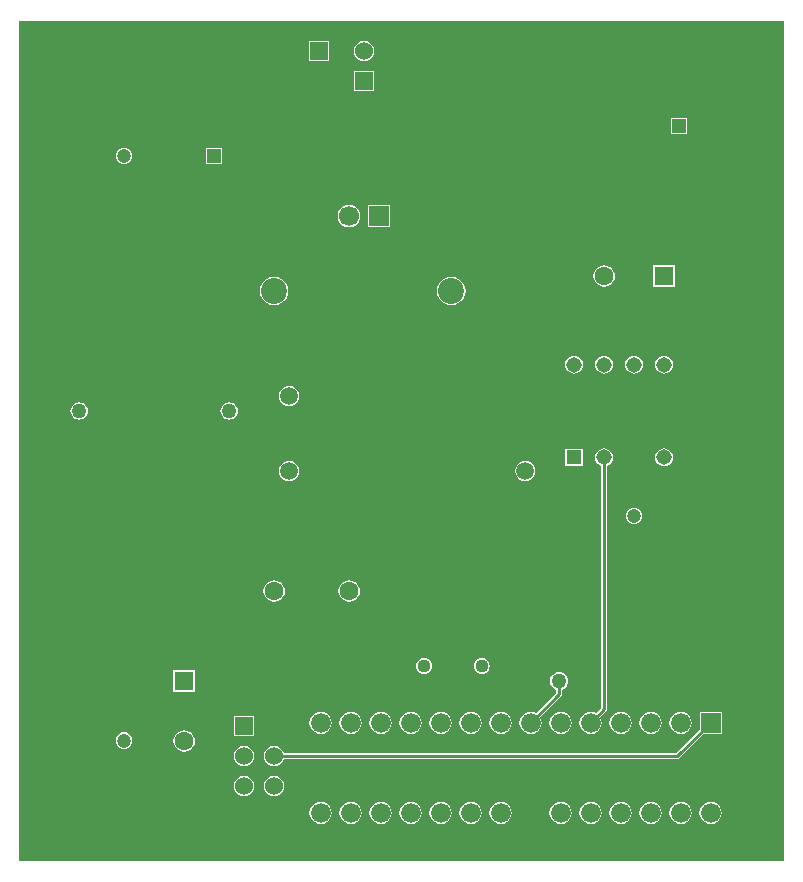
<source format=gbl>
G04*
G04 #@! TF.GenerationSoftware,Altium Limited,Altium Designer,19.1.7 (138)*
G04*
G04 Layer_Physical_Order=2*
G04 Layer_Color=16711680*
%FSLAX25Y25*%
%MOIN*%
G70*
G01*
G75*
%ADD12C,0.01000*%
%ADD38C,0.06299*%
%ADD39R,0.06299X0.06299*%
%ADD40R,0.06299X0.06299*%
%ADD41C,0.04724*%
%ADD42R,0.06693X0.06693*%
%ADD43C,0.06693*%
%ADD44C,0.05906*%
%ADD45C,0.06299*%
%ADD46C,0.08661*%
%ADD47C,0.04449*%
%ADD48R,0.04724X0.04724*%
%ADD49C,0.05150*%
%ADD50R,0.05150X0.05150*%
%ADD51R,0.06000X0.06000*%
%ADD52C,0.06000*%
%ADD53C,0.05000*%
%ADD54C,0.06600*%
%ADD55R,0.06600X0.06600*%
G36*
X255000Y280000D02*
Y0D01*
X0D01*
Y280000D01*
X255000Y280000D01*
D02*
G37*
%LPC*%
G36*
X103400Y273400D02*
X96600D01*
Y266600D01*
X103400D01*
Y273400D01*
D02*
G37*
G36*
X115000Y273429D02*
X114112Y273312D01*
X113285Y272970D01*
X112575Y272425D01*
X112030Y271715D01*
X111688Y270888D01*
X111571Y270000D01*
X111688Y269112D01*
X112030Y268285D01*
X112575Y267575D01*
X113285Y267030D01*
X114112Y266687D01*
X115000Y266571D01*
X115888Y266687D01*
X116715Y267030D01*
X117425Y267575D01*
X117970Y268285D01*
X118313Y269112D01*
X118429Y270000D01*
X118313Y270888D01*
X117970Y271715D01*
X117425Y272425D01*
X116715Y272970D01*
X115888Y273312D01*
X115000Y273429D01*
D02*
G37*
G36*
X118400Y263400D02*
X111600D01*
Y256600D01*
X118400D01*
Y263400D01*
D02*
G37*
G36*
X222762Y247762D02*
X217238D01*
Y242238D01*
X222762D01*
Y247762D01*
D02*
G37*
G36*
X67762Y237762D02*
X62238D01*
Y232238D01*
X67762D01*
Y237762D01*
D02*
G37*
G36*
X35000Y237786D02*
X34279Y237691D01*
X33607Y237413D01*
X33030Y236970D01*
X32587Y236393D01*
X32309Y235721D01*
X32214Y235000D01*
X32309Y234279D01*
X32587Y233607D01*
X33030Y233030D01*
X33607Y232587D01*
X34279Y232309D01*
X35000Y232214D01*
X35721Y232309D01*
X36393Y232587D01*
X36970Y233030D01*
X37413Y233607D01*
X37691Y234279D01*
X37786Y235000D01*
X37691Y235721D01*
X37413Y236393D01*
X36970Y236970D01*
X36393Y237413D01*
X35721Y237691D01*
X35000Y237786D01*
D02*
G37*
G36*
X123747Y218746D02*
X116253D01*
Y211253D01*
X123747D01*
Y218746D01*
D02*
G37*
G36*
X110000Y218779D02*
X109022Y218650D01*
X108111Y218272D01*
X107328Y217672D01*
X106728Y216889D01*
X106350Y215978D01*
X106221Y215000D01*
X106350Y214022D01*
X106728Y213111D01*
X107328Y212328D01*
X108111Y211727D01*
X109022Y211350D01*
X110000Y211221D01*
X110978Y211350D01*
X111889Y211727D01*
X112672Y212328D01*
X113273Y213111D01*
X113650Y214022D01*
X113779Y215000D01*
X113650Y215978D01*
X113273Y216889D01*
X112672Y217672D01*
X111889Y218272D01*
X110978Y218650D01*
X110000Y218779D01*
D02*
G37*
G36*
X218550Y198550D02*
X211450D01*
Y191450D01*
X218550D01*
Y198550D01*
D02*
G37*
G36*
X195000Y198580D02*
X194073Y198458D01*
X193210Y198101D01*
X192468Y197532D01*
X191899Y196790D01*
X191542Y195927D01*
X191420Y195000D01*
X191542Y194073D01*
X191899Y193210D01*
X192468Y192468D01*
X193210Y191899D01*
X194073Y191542D01*
X195000Y191420D01*
X195927Y191542D01*
X196790Y191899D01*
X197532Y192468D01*
X198101Y193210D01*
X198458Y194073D01*
X198580Y195000D01*
X198458Y195927D01*
X198101Y196790D01*
X197532Y197532D01*
X196790Y198101D01*
X195927Y198458D01*
X195000Y198580D01*
D02*
G37*
G36*
X144055Y194772D02*
X142820Y194609D01*
X141669Y194132D01*
X140681Y193374D01*
X139923Y192386D01*
X139446Y191235D01*
X139284Y190000D01*
X139446Y188765D01*
X139923Y187614D01*
X140681Y186626D01*
X141669Y185868D01*
X142820Y185391D01*
X144055Y185229D01*
X145290Y185391D01*
X146441Y185868D01*
X147429Y186626D01*
X148187Y187614D01*
X148664Y188765D01*
X148827Y190000D01*
X148664Y191235D01*
X148187Y192386D01*
X147429Y193374D01*
X146441Y194132D01*
X145290Y194609D01*
X144055Y194772D01*
D02*
G37*
G36*
X85000D02*
X83765Y194609D01*
X82614Y194132D01*
X81626Y193374D01*
X80868Y192386D01*
X80391Y191235D01*
X80229Y190000D01*
X80391Y188765D01*
X80868Y187614D01*
X81626Y186626D01*
X82614Y185868D01*
X83765Y185391D01*
X85000Y185229D01*
X86235Y185391D01*
X87386Y185868D01*
X88374Y186626D01*
X89132Y187614D01*
X89609Y188765D01*
X89771Y190000D01*
X89609Y191235D01*
X89132Y192386D01*
X88374Y193374D01*
X87386Y194132D01*
X86235Y194609D01*
X85000Y194772D01*
D02*
G37*
G36*
X215000Y168493D02*
X214223Y168390D01*
X213500Y168091D01*
X212878Y167614D01*
X212402Y166992D01*
X212102Y166269D01*
X212000Y165492D01*
X212102Y164716D01*
X212402Y163992D01*
X212878Y163371D01*
X213500Y162894D01*
X214223Y162594D01*
X215000Y162492D01*
X215777Y162594D01*
X216500Y162894D01*
X217122Y163371D01*
X217599Y163992D01*
X217898Y164716D01*
X218001Y165492D01*
X217898Y166269D01*
X217599Y166992D01*
X217122Y167614D01*
X216500Y168091D01*
X215777Y168390D01*
X215000Y168493D01*
D02*
G37*
G36*
X205000D02*
X204223Y168390D01*
X203500Y168091D01*
X202878Y167614D01*
X202401Y166992D01*
X202102Y166269D01*
X201999Y165492D01*
X202102Y164716D01*
X202401Y163992D01*
X202878Y163371D01*
X203500Y162894D01*
X204223Y162594D01*
X205000Y162492D01*
X205777Y162594D01*
X206500Y162894D01*
X207122Y163371D01*
X207598Y163992D01*
X207898Y164716D01*
X208000Y165492D01*
X207898Y166269D01*
X207598Y166992D01*
X207122Y167614D01*
X206500Y168091D01*
X205777Y168390D01*
X205000Y168493D01*
D02*
G37*
G36*
X195000D02*
X194223Y168390D01*
X193500Y168091D01*
X192878Y167614D01*
X192402Y166992D01*
X192102Y166269D01*
X191999Y165492D01*
X192102Y164716D01*
X192402Y163992D01*
X192878Y163371D01*
X193500Y162894D01*
X194223Y162594D01*
X195000Y162492D01*
X195777Y162594D01*
X196500Y162894D01*
X197122Y163371D01*
X197599Y163992D01*
X197898Y164716D01*
X198001Y165492D01*
X197898Y166269D01*
X197599Y166992D01*
X197122Y167614D01*
X196500Y168091D01*
X195777Y168390D01*
X195000Y168493D01*
D02*
G37*
G36*
X185000D02*
X184223Y168390D01*
X183500Y168091D01*
X182878Y167614D01*
X182402Y166992D01*
X182102Y166269D01*
X182000Y165492D01*
X182102Y164716D01*
X182402Y163992D01*
X182878Y163371D01*
X183500Y162894D01*
X184223Y162594D01*
X185000Y162492D01*
X185777Y162594D01*
X186500Y162894D01*
X187122Y163371D01*
X187599Y163992D01*
X187898Y164716D01*
X188001Y165492D01*
X187898Y166269D01*
X187599Y166992D01*
X187122Y167614D01*
X186500Y168091D01*
X185777Y168390D01*
X185000Y168493D01*
D02*
G37*
G36*
X90000Y158382D02*
X89125Y158266D01*
X88309Y157929D01*
X87609Y157391D01*
X87071Y156691D01*
X86734Y155875D01*
X86618Y155000D01*
X86734Y154125D01*
X87071Y153309D01*
X87609Y152609D01*
X88309Y152071D01*
X89125Y151734D01*
X90000Y151618D01*
X90875Y151734D01*
X91691Y152071D01*
X92391Y152609D01*
X92929Y153309D01*
X93266Y154125D01*
X93382Y155000D01*
X93266Y155875D01*
X92929Y156691D01*
X92391Y157391D01*
X91691Y157929D01*
X90875Y158266D01*
X90000Y158382D01*
D02*
G37*
G36*
X70000Y152925D02*
X69243Y152825D01*
X68537Y152533D01*
X67932Y152068D01*
X67467Y151462D01*
X67175Y150757D01*
X67075Y150000D01*
X67175Y149243D01*
X67467Y148538D01*
X67932Y147932D01*
X68537Y147467D01*
X69243Y147175D01*
X70000Y147075D01*
X70757Y147175D01*
X71463Y147467D01*
X72068Y147932D01*
X72533Y148538D01*
X72825Y149243D01*
X72925Y150000D01*
X72825Y150757D01*
X72533Y151462D01*
X72068Y152068D01*
X71463Y152533D01*
X70757Y152825D01*
X70000Y152925D01*
D02*
G37*
G36*
X20000D02*
X19243Y152825D01*
X18538Y152533D01*
X17932Y152068D01*
X17467Y151462D01*
X17175Y150757D01*
X17075Y150000D01*
X17175Y149243D01*
X17467Y148538D01*
X17932Y147932D01*
X18538Y147467D01*
X19243Y147175D01*
X20000Y147075D01*
X20757Y147175D01*
X21463Y147467D01*
X22068Y147932D01*
X22533Y148538D01*
X22825Y149243D01*
X22925Y150000D01*
X22825Y150757D01*
X22533Y151462D01*
X22068Y152068D01*
X21463Y152533D01*
X20757Y152825D01*
X20000Y152925D01*
D02*
G37*
G36*
X187975Y137483D02*
X182025D01*
Y131533D01*
X187975D01*
Y137483D01*
D02*
G37*
G36*
X215000Y137508D02*
X214223Y137406D01*
X213500Y137106D01*
X212878Y136629D01*
X212402Y136008D01*
X212102Y135284D01*
X212000Y134508D01*
X212102Y133731D01*
X212402Y133008D01*
X212878Y132386D01*
X213500Y131909D01*
X214223Y131610D01*
X215000Y131507D01*
X215777Y131610D01*
X216500Y131909D01*
X217122Y132386D01*
X217599Y133008D01*
X217898Y133731D01*
X218001Y134508D01*
X217898Y135284D01*
X217599Y136008D01*
X217122Y136629D01*
X216500Y137106D01*
X215777Y137406D01*
X215000Y137508D01*
D02*
G37*
G36*
X168740Y133382D02*
X167865Y133266D01*
X167049Y132929D01*
X166349Y132391D01*
X165812Y131691D01*
X165474Y130875D01*
X165358Y130000D01*
X165474Y129125D01*
X165812Y128309D01*
X166349Y127609D01*
X167049Y127071D01*
X167865Y126734D01*
X168740Y126618D01*
X169615Y126734D01*
X170431Y127071D01*
X171131Y127609D01*
X171669Y128309D01*
X172007Y129125D01*
X172122Y130000D01*
X172007Y130875D01*
X171669Y131691D01*
X171131Y132391D01*
X170431Y132929D01*
X169615Y133266D01*
X168740Y133382D01*
D02*
G37*
G36*
X90000D02*
X89125Y133266D01*
X88309Y132929D01*
X87609Y132391D01*
X87071Y131691D01*
X86734Y130875D01*
X86618Y130000D01*
X86734Y129125D01*
X87071Y128309D01*
X87609Y127609D01*
X88309Y127071D01*
X89125Y126734D01*
X90000Y126618D01*
X90875Y126734D01*
X91691Y127071D01*
X92391Y127609D01*
X92929Y128309D01*
X93266Y129125D01*
X93382Y130000D01*
X93266Y130875D01*
X92929Y131691D01*
X92391Y132391D01*
X91691Y132929D01*
X90875Y133266D01*
X90000Y133382D01*
D02*
G37*
G36*
X205000Y117786D02*
X204279Y117691D01*
X203607Y117413D01*
X203030Y116970D01*
X202587Y116393D01*
X202309Y115721D01*
X202214Y115000D01*
X202309Y114279D01*
X202587Y113607D01*
X203030Y113030D01*
X203607Y112587D01*
X204279Y112309D01*
X205000Y112214D01*
X205721Y112309D01*
X206393Y112587D01*
X206970Y113030D01*
X207413Y113607D01*
X207691Y114279D01*
X207786Y115000D01*
X207691Y115721D01*
X207413Y116393D01*
X206970Y116970D01*
X206393Y117413D01*
X205721Y117691D01*
X205000Y117786D01*
D02*
G37*
G36*
X110000Y93580D02*
X109073Y93458D01*
X108210Y93101D01*
X107468Y92532D01*
X106899Y91790D01*
X106542Y90927D01*
X106420Y90000D01*
X106542Y89073D01*
X106899Y88210D01*
X107468Y87468D01*
X108210Y86899D01*
X109073Y86542D01*
X110000Y86420D01*
X110927Y86542D01*
X111790Y86899D01*
X112532Y87468D01*
X113101Y88210D01*
X113458Y89073D01*
X113580Y90000D01*
X113458Y90927D01*
X113101Y91790D01*
X112532Y92532D01*
X111790Y93101D01*
X110927Y93458D01*
X110000Y93580D01*
D02*
G37*
G36*
X85000D02*
X84073Y93458D01*
X83210Y93101D01*
X82468Y92532D01*
X81899Y91790D01*
X81542Y90927D01*
X81420Y90000D01*
X81542Y89073D01*
X81899Y88210D01*
X82468Y87468D01*
X83210Y86899D01*
X84073Y86542D01*
X85000Y86420D01*
X85927Y86542D01*
X86790Y86899D01*
X87532Y87468D01*
X88101Y88210D01*
X88458Y89073D01*
X88580Y90000D01*
X88458Y90927D01*
X88101Y91790D01*
X87532Y92532D01*
X86790Y93101D01*
X85927Y93458D01*
X85000Y93580D01*
D02*
G37*
G36*
X154213Y67647D02*
X153527Y67557D01*
X152889Y67292D01*
X152341Y66872D01*
X151920Y66324D01*
X151656Y65685D01*
X151566Y65000D01*
X151656Y64315D01*
X151920Y63677D01*
X152341Y63128D01*
X152889Y62708D01*
X153527Y62443D01*
X154213Y62353D01*
X154898Y62443D01*
X155536Y62708D01*
X156084Y63128D01*
X156505Y63677D01*
X156770Y64315D01*
X156860Y65000D01*
X156770Y65685D01*
X156505Y66324D01*
X156084Y66872D01*
X155536Y67292D01*
X154898Y67557D01*
X154213Y67647D01*
D02*
G37*
G36*
X135000D02*
X134315Y67557D01*
X133677Y67292D01*
X133128Y66872D01*
X132708Y66324D01*
X132443Y65685D01*
X132353Y65000D01*
X132443Y64315D01*
X132708Y63677D01*
X133128Y63128D01*
X133677Y62708D01*
X134315Y62443D01*
X135000Y62353D01*
X135685Y62443D01*
X136323Y62708D01*
X136872Y63128D01*
X137292Y63677D01*
X137557Y64315D01*
X137647Y65000D01*
X137557Y65685D01*
X137292Y66324D01*
X136872Y66872D01*
X136323Y67292D01*
X135685Y67557D01*
X135000Y67647D01*
D02*
G37*
G36*
X58550Y63550D02*
X51450D01*
Y56450D01*
X58550D01*
Y63550D01*
D02*
G37*
G36*
X195000Y137508D02*
X194223Y137406D01*
X193500Y137106D01*
X192878Y136629D01*
X192402Y136008D01*
X192102Y135284D01*
X191999Y134508D01*
X192102Y133731D01*
X192402Y133008D01*
X192878Y132386D01*
X193500Y131909D01*
X194082Y131668D01*
Y50943D01*
X192405Y49265D01*
X192366Y49295D01*
X191466Y49668D01*
X190500Y49795D01*
X189534Y49668D01*
X188634Y49295D01*
X187861Y48702D01*
X187268Y47929D01*
X186895Y47029D01*
X186768Y46063D01*
X186895Y45097D01*
X187268Y44197D01*
X187861Y43424D01*
X188634Y42831D01*
X189534Y42458D01*
X190500Y42331D01*
X191466Y42458D01*
X192366Y42831D01*
X193139Y43424D01*
X193732Y44197D01*
X194105Y45097D01*
X194232Y46063D01*
X194105Y47029D01*
X193732Y47929D01*
X193702Y47968D01*
X195649Y49914D01*
X195848Y50212D01*
X195918Y50563D01*
Y131668D01*
X196500Y131909D01*
X197122Y132386D01*
X197599Y133008D01*
X197898Y133731D01*
X198001Y134508D01*
X197898Y135284D01*
X197599Y136008D01*
X197122Y136629D01*
X196500Y137106D01*
X195777Y137406D01*
X195000Y137508D01*
D02*
G37*
G36*
X180000Y63026D02*
X179217Y62923D01*
X178487Y62621D01*
X177860Y62140D01*
X177380Y61513D01*
X177077Y60783D01*
X176974Y60000D01*
X177077Y59217D01*
X177380Y58487D01*
X177860Y57860D01*
X178487Y57380D01*
X179082Y57133D01*
Y55943D01*
X172405Y49265D01*
X172366Y49295D01*
X171466Y49668D01*
X170500Y49795D01*
X169534Y49668D01*
X168634Y49295D01*
X167861Y48702D01*
X167268Y47929D01*
X166895Y47029D01*
X166768Y46063D01*
X166895Y45097D01*
X167268Y44197D01*
X167861Y43424D01*
X168634Y42831D01*
X169534Y42458D01*
X170500Y42331D01*
X171466Y42458D01*
X172366Y42831D01*
X173139Y43424D01*
X173732Y44197D01*
X174105Y45097D01*
X174232Y46063D01*
X174105Y47029D01*
X173732Y47929D01*
X173702Y47968D01*
X180649Y54914D01*
X180848Y55212D01*
X180918Y55563D01*
Y57133D01*
X181513Y57380D01*
X182140Y57860D01*
X182621Y58487D01*
X182923Y59217D01*
X183026Y60000D01*
X182923Y60783D01*
X182621Y61513D01*
X182140Y62140D01*
X181513Y62621D01*
X180783Y62923D01*
X180000Y63026D01*
D02*
G37*
G36*
X220500Y49795D02*
X219534Y49668D01*
X218634Y49295D01*
X217861Y48702D01*
X217268Y47929D01*
X216895Y47029D01*
X216768Y46063D01*
X216895Y45097D01*
X217268Y44197D01*
X217861Y43424D01*
X218634Y42831D01*
X219534Y42458D01*
X220500Y42331D01*
X221466Y42458D01*
X222366Y42831D01*
X223139Y43424D01*
X223732Y44197D01*
X224105Y45097D01*
X224232Y46063D01*
X224105Y47029D01*
X223732Y47929D01*
X223139Y48702D01*
X222366Y49295D01*
X221466Y49668D01*
X220500Y49795D01*
D02*
G37*
G36*
X210500D02*
X209534Y49668D01*
X208634Y49295D01*
X207861Y48702D01*
X207268Y47929D01*
X206895Y47029D01*
X206768Y46063D01*
X206895Y45097D01*
X207268Y44197D01*
X207861Y43424D01*
X208634Y42831D01*
X209534Y42458D01*
X210500Y42331D01*
X211466Y42458D01*
X212366Y42831D01*
X213139Y43424D01*
X213732Y44197D01*
X214105Y45097D01*
X214232Y46063D01*
X214105Y47029D01*
X213732Y47929D01*
X213139Y48702D01*
X212366Y49295D01*
X211466Y49668D01*
X210500Y49795D01*
D02*
G37*
G36*
X200500D02*
X199534Y49668D01*
X198634Y49295D01*
X197861Y48702D01*
X197268Y47929D01*
X196895Y47029D01*
X196768Y46063D01*
X196895Y45097D01*
X197268Y44197D01*
X197861Y43424D01*
X198634Y42831D01*
X199534Y42458D01*
X200500Y42331D01*
X201466Y42458D01*
X202366Y42831D01*
X203139Y43424D01*
X203732Y44197D01*
X204105Y45097D01*
X204232Y46063D01*
X204105Y47029D01*
X203732Y47929D01*
X203139Y48702D01*
X202366Y49295D01*
X201466Y49668D01*
X200500Y49795D01*
D02*
G37*
G36*
X180500D02*
X179534Y49668D01*
X178634Y49295D01*
X177861Y48702D01*
X177268Y47929D01*
X176895Y47029D01*
X176768Y46063D01*
X176895Y45097D01*
X177268Y44197D01*
X177861Y43424D01*
X178634Y42831D01*
X179534Y42458D01*
X180500Y42331D01*
X181466Y42458D01*
X182366Y42831D01*
X183139Y43424D01*
X183732Y44197D01*
X184105Y45097D01*
X184232Y46063D01*
X184105Y47029D01*
X183732Y47929D01*
X183139Y48702D01*
X182366Y49295D01*
X181466Y49668D01*
X180500Y49795D01*
D02*
G37*
G36*
X160500D02*
X159534Y49668D01*
X158634Y49295D01*
X157861Y48702D01*
X157268Y47929D01*
X156895Y47029D01*
X156768Y46063D01*
X156895Y45097D01*
X157268Y44197D01*
X157861Y43424D01*
X158634Y42831D01*
X159534Y42458D01*
X160500Y42331D01*
X161466Y42458D01*
X162366Y42831D01*
X163139Y43424D01*
X163732Y44197D01*
X164105Y45097D01*
X164232Y46063D01*
X164105Y47029D01*
X163732Y47929D01*
X163139Y48702D01*
X162366Y49295D01*
X161466Y49668D01*
X160500Y49795D01*
D02*
G37*
G36*
X150500D02*
X149534Y49668D01*
X148634Y49295D01*
X147861Y48702D01*
X147268Y47929D01*
X146895Y47029D01*
X146768Y46063D01*
X146895Y45097D01*
X147268Y44197D01*
X147861Y43424D01*
X148634Y42831D01*
X149534Y42458D01*
X150500Y42331D01*
X151466Y42458D01*
X152366Y42831D01*
X153139Y43424D01*
X153732Y44197D01*
X154105Y45097D01*
X154232Y46063D01*
X154105Y47029D01*
X153732Y47929D01*
X153139Y48702D01*
X152366Y49295D01*
X151466Y49668D01*
X150500Y49795D01*
D02*
G37*
G36*
X140500D02*
X139534Y49668D01*
X138634Y49295D01*
X137861Y48702D01*
X137268Y47929D01*
X136895Y47029D01*
X136768Y46063D01*
X136895Y45097D01*
X137268Y44197D01*
X137861Y43424D01*
X138634Y42831D01*
X139534Y42458D01*
X140500Y42331D01*
X141466Y42458D01*
X142366Y42831D01*
X143139Y43424D01*
X143732Y44197D01*
X144105Y45097D01*
X144232Y46063D01*
X144105Y47029D01*
X143732Y47929D01*
X143139Y48702D01*
X142366Y49295D01*
X141466Y49668D01*
X140500Y49795D01*
D02*
G37*
G36*
X130500D02*
X129534Y49668D01*
X128634Y49295D01*
X127861Y48702D01*
X127268Y47929D01*
X126895Y47029D01*
X126768Y46063D01*
X126895Y45097D01*
X127268Y44197D01*
X127861Y43424D01*
X128634Y42831D01*
X129534Y42458D01*
X130500Y42331D01*
X131466Y42458D01*
X132366Y42831D01*
X133139Y43424D01*
X133732Y44197D01*
X134105Y45097D01*
X134232Y46063D01*
X134105Y47029D01*
X133732Y47929D01*
X133139Y48702D01*
X132366Y49295D01*
X131466Y49668D01*
X130500Y49795D01*
D02*
G37*
G36*
X120500D02*
X119534Y49668D01*
X118634Y49295D01*
X117861Y48702D01*
X117268Y47929D01*
X116895Y47029D01*
X116768Y46063D01*
X116895Y45097D01*
X117268Y44197D01*
X117861Y43424D01*
X118634Y42831D01*
X119534Y42458D01*
X120500Y42331D01*
X121466Y42458D01*
X122366Y42831D01*
X123139Y43424D01*
X123732Y44197D01*
X124105Y45097D01*
X124232Y46063D01*
X124105Y47029D01*
X123732Y47929D01*
X123139Y48702D01*
X122366Y49295D01*
X121466Y49668D01*
X120500Y49795D01*
D02*
G37*
G36*
X110500D02*
X109534Y49668D01*
X108634Y49295D01*
X107861Y48702D01*
X107268Y47929D01*
X106895Y47029D01*
X106768Y46063D01*
X106895Y45097D01*
X107268Y44197D01*
X107861Y43424D01*
X108634Y42831D01*
X109534Y42458D01*
X110500Y42331D01*
X111466Y42458D01*
X112366Y42831D01*
X113139Y43424D01*
X113732Y44197D01*
X114105Y45097D01*
X114232Y46063D01*
X114105Y47029D01*
X113732Y47929D01*
X113139Y48702D01*
X112366Y49295D01*
X111466Y49668D01*
X110500Y49795D01*
D02*
G37*
G36*
X100500D02*
X99534Y49668D01*
X98634Y49295D01*
X97861Y48702D01*
X97268Y47929D01*
X96895Y47029D01*
X96768Y46063D01*
X96895Y45097D01*
X97268Y44197D01*
X97861Y43424D01*
X98634Y42831D01*
X99534Y42458D01*
X100500Y42331D01*
X101466Y42458D01*
X102366Y42831D01*
X103139Y43424D01*
X103732Y44197D01*
X104105Y45097D01*
X104232Y46063D01*
X104105Y47029D01*
X103732Y47929D01*
X103139Y48702D01*
X102366Y49295D01*
X101466Y49668D01*
X100500Y49795D01*
D02*
G37*
G36*
X78400Y48400D02*
X71600D01*
Y41600D01*
X78400D01*
Y48400D01*
D02*
G37*
G36*
X35000Y42944D02*
X34279Y42849D01*
X33607Y42570D01*
X33030Y42127D01*
X32587Y41550D01*
X32309Y40879D01*
X32214Y40157D01*
X32309Y39436D01*
X32587Y38765D01*
X33030Y38188D01*
X33607Y37745D01*
X34279Y37466D01*
X35000Y37371D01*
X35721Y37466D01*
X36393Y37745D01*
X36970Y38188D01*
X37413Y38765D01*
X37691Y39436D01*
X37786Y40157D01*
X37691Y40879D01*
X37413Y41550D01*
X36970Y42127D01*
X36393Y42570D01*
X35721Y42849D01*
X35000Y42944D01*
D02*
G37*
G36*
X55000Y43580D02*
X54073Y43458D01*
X53210Y43101D01*
X52468Y42532D01*
X51899Y41790D01*
X51542Y40927D01*
X51420Y40000D01*
X51542Y39073D01*
X51899Y38210D01*
X52468Y37468D01*
X53210Y36899D01*
X54073Y36542D01*
X55000Y36420D01*
X55927Y36542D01*
X56790Y36899D01*
X57532Y37468D01*
X58101Y38210D01*
X58458Y39073D01*
X58580Y40000D01*
X58458Y40927D01*
X58101Y41790D01*
X57532Y42532D01*
X56790Y43101D01*
X55927Y43458D01*
X55000Y43580D01*
D02*
G37*
G36*
X234200Y49763D02*
X226800D01*
Y43661D01*
X219057Y35918D01*
X88300D01*
X87970Y36715D01*
X87425Y37425D01*
X86715Y37970D01*
X85888Y38313D01*
X85000Y38429D01*
X84112Y38313D01*
X83285Y37970D01*
X82575Y37425D01*
X82030Y36715D01*
X81687Y35888D01*
X81571Y35000D01*
X81687Y34112D01*
X82030Y33285D01*
X82575Y32575D01*
X83285Y32030D01*
X84112Y31688D01*
X85000Y31571D01*
X85888Y31688D01*
X86715Y32030D01*
X87425Y32575D01*
X87970Y33285D01*
X88300Y34082D01*
X219437D01*
X219788Y34152D01*
X220086Y34351D01*
X228098Y42363D01*
X234200D01*
Y49763D01*
D02*
G37*
G36*
X75000Y38429D02*
X74112Y38313D01*
X73285Y37970D01*
X72575Y37425D01*
X72030Y36715D01*
X71688Y35888D01*
X71571Y35000D01*
X71688Y34112D01*
X72030Y33285D01*
X72575Y32575D01*
X73285Y32030D01*
X74112Y31688D01*
X75000Y31571D01*
X75888Y31688D01*
X76715Y32030D01*
X77425Y32575D01*
X77970Y33285D01*
X78312Y34112D01*
X78429Y35000D01*
X78312Y35888D01*
X77970Y36715D01*
X77425Y37425D01*
X76715Y37970D01*
X75888Y38313D01*
X75000Y38429D01*
D02*
G37*
G36*
X85000Y28429D02*
X84112Y28313D01*
X83285Y27970D01*
X82575Y27425D01*
X82030Y26715D01*
X81687Y25888D01*
X81571Y25000D01*
X81687Y24112D01*
X82030Y23285D01*
X82575Y22575D01*
X83285Y22030D01*
X84112Y21688D01*
X85000Y21571D01*
X85888Y21688D01*
X86715Y22030D01*
X87425Y22575D01*
X87970Y23285D01*
X88313Y24112D01*
X88429Y25000D01*
X88313Y25888D01*
X87970Y26715D01*
X87425Y27425D01*
X86715Y27970D01*
X85888Y28313D01*
X85000Y28429D01*
D02*
G37*
G36*
X75000D02*
X74112Y28313D01*
X73285Y27970D01*
X72575Y27425D01*
X72030Y26715D01*
X71688Y25888D01*
X71571Y25000D01*
X71688Y24112D01*
X72030Y23285D01*
X72575Y22575D01*
X73285Y22030D01*
X74112Y21688D01*
X75000Y21571D01*
X75888Y21688D01*
X76715Y22030D01*
X77425Y22575D01*
X77970Y23285D01*
X78312Y24112D01*
X78429Y25000D01*
X78312Y25888D01*
X77970Y26715D01*
X77425Y27425D01*
X76715Y27970D01*
X75888Y28313D01*
X75000Y28429D01*
D02*
G37*
G36*
X230500Y19795D02*
X229534Y19668D01*
X228634Y19295D01*
X227861Y18702D01*
X227268Y17929D01*
X226895Y17029D01*
X226768Y16063D01*
X226895Y15097D01*
X227268Y14197D01*
X227861Y13424D01*
X228634Y12831D01*
X229534Y12458D01*
X230500Y12331D01*
X231466Y12458D01*
X232366Y12831D01*
X233139Y13424D01*
X233732Y14197D01*
X234105Y15097D01*
X234232Y16063D01*
X234105Y17029D01*
X233732Y17929D01*
X233139Y18702D01*
X232366Y19295D01*
X231466Y19668D01*
X230500Y19795D01*
D02*
G37*
G36*
X220500D02*
X219534Y19668D01*
X218634Y19295D01*
X217861Y18702D01*
X217268Y17929D01*
X216895Y17029D01*
X216768Y16063D01*
X216895Y15097D01*
X217268Y14197D01*
X217861Y13424D01*
X218634Y12831D01*
X219534Y12458D01*
X220500Y12331D01*
X221466Y12458D01*
X222366Y12831D01*
X223139Y13424D01*
X223732Y14197D01*
X224105Y15097D01*
X224232Y16063D01*
X224105Y17029D01*
X223732Y17929D01*
X223139Y18702D01*
X222366Y19295D01*
X221466Y19668D01*
X220500Y19795D01*
D02*
G37*
G36*
X210500D02*
X209534Y19668D01*
X208634Y19295D01*
X207861Y18702D01*
X207268Y17929D01*
X206895Y17029D01*
X206768Y16063D01*
X206895Y15097D01*
X207268Y14197D01*
X207861Y13424D01*
X208634Y12831D01*
X209534Y12458D01*
X210500Y12331D01*
X211466Y12458D01*
X212366Y12831D01*
X213139Y13424D01*
X213732Y14197D01*
X214105Y15097D01*
X214232Y16063D01*
X214105Y17029D01*
X213732Y17929D01*
X213139Y18702D01*
X212366Y19295D01*
X211466Y19668D01*
X210500Y19795D01*
D02*
G37*
G36*
X200500D02*
X199534Y19668D01*
X198634Y19295D01*
X197861Y18702D01*
X197268Y17929D01*
X196895Y17029D01*
X196768Y16063D01*
X196895Y15097D01*
X197268Y14197D01*
X197861Y13424D01*
X198634Y12831D01*
X199534Y12458D01*
X200500Y12331D01*
X201466Y12458D01*
X202366Y12831D01*
X203139Y13424D01*
X203732Y14197D01*
X204105Y15097D01*
X204232Y16063D01*
X204105Y17029D01*
X203732Y17929D01*
X203139Y18702D01*
X202366Y19295D01*
X201466Y19668D01*
X200500Y19795D01*
D02*
G37*
G36*
X190500D02*
X189534Y19668D01*
X188634Y19295D01*
X187861Y18702D01*
X187268Y17929D01*
X186895Y17029D01*
X186768Y16063D01*
X186895Y15097D01*
X187268Y14197D01*
X187861Y13424D01*
X188634Y12831D01*
X189534Y12458D01*
X190500Y12331D01*
X191466Y12458D01*
X192366Y12831D01*
X193139Y13424D01*
X193732Y14197D01*
X194105Y15097D01*
X194232Y16063D01*
X194105Y17029D01*
X193732Y17929D01*
X193139Y18702D01*
X192366Y19295D01*
X191466Y19668D01*
X190500Y19795D01*
D02*
G37*
G36*
X180500D02*
X179534Y19668D01*
X178634Y19295D01*
X177861Y18702D01*
X177268Y17929D01*
X176895Y17029D01*
X176768Y16063D01*
X176895Y15097D01*
X177268Y14197D01*
X177861Y13424D01*
X178634Y12831D01*
X179534Y12458D01*
X180500Y12331D01*
X181466Y12458D01*
X182366Y12831D01*
X183139Y13424D01*
X183732Y14197D01*
X184105Y15097D01*
X184232Y16063D01*
X184105Y17029D01*
X183732Y17929D01*
X183139Y18702D01*
X182366Y19295D01*
X181466Y19668D01*
X180500Y19795D01*
D02*
G37*
G36*
X160500D02*
X159534Y19668D01*
X158634Y19295D01*
X157861Y18702D01*
X157268Y17929D01*
X156895Y17029D01*
X156768Y16063D01*
X156895Y15097D01*
X157268Y14197D01*
X157861Y13424D01*
X158634Y12831D01*
X159534Y12458D01*
X160500Y12331D01*
X161466Y12458D01*
X162366Y12831D01*
X163139Y13424D01*
X163732Y14197D01*
X164105Y15097D01*
X164232Y16063D01*
X164105Y17029D01*
X163732Y17929D01*
X163139Y18702D01*
X162366Y19295D01*
X161466Y19668D01*
X160500Y19795D01*
D02*
G37*
G36*
X150500D02*
X149534Y19668D01*
X148634Y19295D01*
X147861Y18702D01*
X147268Y17929D01*
X146895Y17029D01*
X146768Y16063D01*
X146895Y15097D01*
X147268Y14197D01*
X147861Y13424D01*
X148634Y12831D01*
X149534Y12458D01*
X150500Y12331D01*
X151466Y12458D01*
X152366Y12831D01*
X153139Y13424D01*
X153732Y14197D01*
X154105Y15097D01*
X154232Y16063D01*
X154105Y17029D01*
X153732Y17929D01*
X153139Y18702D01*
X152366Y19295D01*
X151466Y19668D01*
X150500Y19795D01*
D02*
G37*
G36*
X140500D02*
X139534Y19668D01*
X138634Y19295D01*
X137861Y18702D01*
X137268Y17929D01*
X136895Y17029D01*
X136768Y16063D01*
X136895Y15097D01*
X137268Y14197D01*
X137861Y13424D01*
X138634Y12831D01*
X139534Y12458D01*
X140500Y12331D01*
X141466Y12458D01*
X142366Y12831D01*
X143139Y13424D01*
X143732Y14197D01*
X144105Y15097D01*
X144232Y16063D01*
X144105Y17029D01*
X143732Y17929D01*
X143139Y18702D01*
X142366Y19295D01*
X141466Y19668D01*
X140500Y19795D01*
D02*
G37*
G36*
X130500D02*
X129534Y19668D01*
X128634Y19295D01*
X127861Y18702D01*
X127268Y17929D01*
X126895Y17029D01*
X126768Y16063D01*
X126895Y15097D01*
X127268Y14197D01*
X127861Y13424D01*
X128634Y12831D01*
X129534Y12458D01*
X130500Y12331D01*
X131466Y12458D01*
X132366Y12831D01*
X133139Y13424D01*
X133732Y14197D01*
X134105Y15097D01*
X134232Y16063D01*
X134105Y17029D01*
X133732Y17929D01*
X133139Y18702D01*
X132366Y19295D01*
X131466Y19668D01*
X130500Y19795D01*
D02*
G37*
G36*
X120500D02*
X119534Y19668D01*
X118634Y19295D01*
X117861Y18702D01*
X117268Y17929D01*
X116895Y17029D01*
X116768Y16063D01*
X116895Y15097D01*
X117268Y14197D01*
X117861Y13424D01*
X118634Y12831D01*
X119534Y12458D01*
X120500Y12331D01*
X121466Y12458D01*
X122366Y12831D01*
X123139Y13424D01*
X123732Y14197D01*
X124105Y15097D01*
X124232Y16063D01*
X124105Y17029D01*
X123732Y17929D01*
X123139Y18702D01*
X122366Y19295D01*
X121466Y19668D01*
X120500Y19795D01*
D02*
G37*
G36*
X110500D02*
X109534Y19668D01*
X108634Y19295D01*
X107861Y18702D01*
X107268Y17929D01*
X106895Y17029D01*
X106768Y16063D01*
X106895Y15097D01*
X107268Y14197D01*
X107861Y13424D01*
X108634Y12831D01*
X109534Y12458D01*
X110500Y12331D01*
X111466Y12458D01*
X112366Y12831D01*
X113139Y13424D01*
X113732Y14197D01*
X114105Y15097D01*
X114232Y16063D01*
X114105Y17029D01*
X113732Y17929D01*
X113139Y18702D01*
X112366Y19295D01*
X111466Y19668D01*
X110500Y19795D01*
D02*
G37*
G36*
X100500D02*
X99534Y19668D01*
X98634Y19295D01*
X97861Y18702D01*
X97268Y17929D01*
X96895Y17029D01*
X96768Y16063D01*
X96895Y15097D01*
X97268Y14197D01*
X97861Y13424D01*
X98634Y12831D01*
X99534Y12458D01*
X100500Y12331D01*
X101466Y12458D01*
X102366Y12831D01*
X103139Y13424D01*
X103732Y14197D01*
X104105Y15097D01*
X104232Y16063D01*
X104105Y17029D01*
X103732Y17929D01*
X103139Y18702D01*
X102366Y19295D01*
X101466Y19668D01*
X100500Y19795D01*
D02*
G37*
%LPD*%
D12*
X170500Y46063D02*
X180000Y55563D01*
Y60000D01*
X190500Y46063D02*
X195000Y50563D01*
Y134508D01*
X219437Y35000D02*
X230500Y46063D01*
X85000Y35000D02*
X219437D01*
D38*
X55000Y40000D02*
D03*
Y50000D02*
D03*
X195000Y195000D02*
D03*
X205000D02*
D03*
D39*
X55000Y60000D02*
D03*
D40*
X215000Y195000D02*
D03*
D41*
X35000Y50000D02*
D03*
Y40157D02*
D03*
X205000Y105157D02*
D03*
Y115000D02*
D03*
X190000Y245000D02*
D03*
X35000Y235000D02*
D03*
D42*
X120000Y215000D02*
D03*
D43*
X110000D02*
D03*
X100000D02*
D03*
D44*
X90000Y155000D02*
D03*
X168740D02*
D03*
Y130000D02*
D03*
X90000D02*
D03*
D45*
X120000Y90000D02*
D03*
X110000D02*
D03*
X95000D02*
D03*
X85000D02*
D03*
D46*
Y190000D02*
D03*
X144055D02*
D03*
D47*
X135000Y65000D02*
D03*
X154213D02*
D03*
D48*
X220000Y245000D02*
D03*
X65000Y235000D02*
D03*
D49*
X195000Y165492D02*
D03*
X205000D02*
D03*
X185000D02*
D03*
X215000D02*
D03*
Y134508D02*
D03*
X195000D02*
D03*
X205000D02*
D03*
D50*
X185000D02*
D03*
D51*
X100000Y270000D02*
D03*
X115000Y260000D02*
D03*
X75000Y45000D02*
D03*
D52*
X100000Y260000D02*
D03*
X115000Y270000D02*
D03*
X75000Y35000D02*
D03*
Y25000D02*
D03*
X85000D02*
D03*
Y35000D02*
D03*
Y45000D02*
D03*
D53*
X70000Y150000D02*
D03*
X20000D02*
D03*
X140000Y105000D02*
D03*
X185000Y85000D02*
D03*
X180000Y60000D02*
D03*
D54*
X230500Y16063D02*
D03*
X220500D02*
D03*
X210500D02*
D03*
X200500D02*
D03*
X190500D02*
D03*
X180500D02*
D03*
X170500D02*
D03*
X160500D02*
D03*
X150500D02*
D03*
X140500D02*
D03*
X130500D02*
D03*
X120500D02*
D03*
X110500D02*
D03*
X100500D02*
D03*
Y46063D02*
D03*
X110500D02*
D03*
X120500D02*
D03*
X130500D02*
D03*
X140500D02*
D03*
X150500D02*
D03*
X160500D02*
D03*
X170500D02*
D03*
X180500D02*
D03*
X190500D02*
D03*
X200500D02*
D03*
X210500D02*
D03*
X220500D02*
D03*
D55*
X230500D02*
D03*
M02*

</source>
